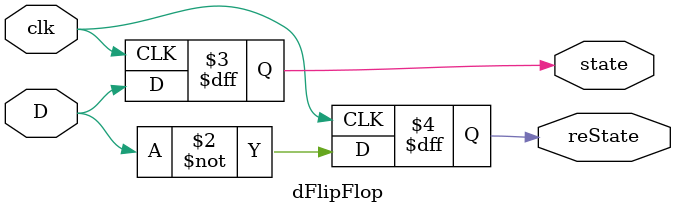
<source format=v>


    
//endmodule

module dFlipFlop (
    input clk, D,
    output reg state, reState
);
    always @(posedge clk) begin // the logic behind using clock is to not change anything before clock hits
        state <= D;
        reState <= ~D;
    end
endmodule

</source>
